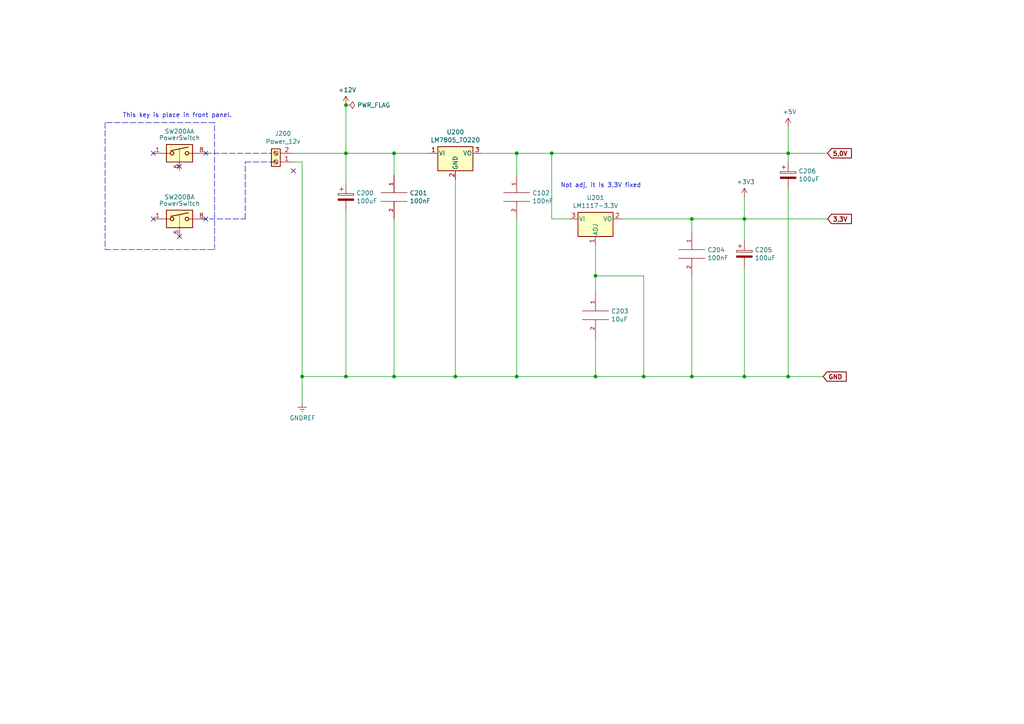
<source format=kicad_sch>
(kicad_sch (version 20211123) (generator eeschema)
  (paper "A4")
  (title_block (title "Power Supply") (date "2021-10-03") (rev "PWR1.0"))
  (lib_symbols
    (symbol "Analog_Switch:ADG417BR" (pin_names (offset 0.254))
      (property "Reference" "U" (at -3.175 5.334 0))
      (property "Value" "ADG417BR" (at -3.175 3.556 0))
      (symbol "ADG417BR_1_1"
        (rectangle (start -3.81 2.54) (end 3.81 -2.54) (stroke (width 0.254)) (fill (type background)))
        (circle (center -2.159 0) (radius 0.508) (stroke (width 0.254)))
        (polyline (pts (xy -5.08 0) (xy -2.794 0)))
        (polyline (pts (xy -2.54 0.762) (xy 2.54 1.778)) (stroke (width 0.254)))
        (polyline (pts (xy 0 -2.54) (xy 0 -2.032)))
        (polyline (pts (xy 0 -1.778) (xy 0 -1.524)))
        (polyline (pts (xy 0 -1.27) (xy 0 -1.016)))
        (polyline (pts (xy 0 -0.762) (xy 0 -0.508)))
        (polyline (pts (xy 0 -0.254) (xy 0 0)))
        (polyline (pts (xy 0 0.254) (xy 0 0.508)))
        (polyline (pts (xy 0 0.762) (xy 0 1.016)))
        (polyline (pts (xy 5.08 0) (xy 2.794 0)))
        (circle (center 2.159 0) (radius 0.508) (stroke (width 0.254)))
        (pin passive line (at -7.62 0 0) (length 2.54) (name "~") (number "1"))
        (pin input line (at 0 -5.08 90) (length 2.54) (name "~") (number "6"))
        (pin passive line (at 7.62 0 180) (length 2.54) (name "~") (number "8"))
      )
      (symbol "ADG417BR_2_0"
        (pin no_connect line (at -2.54 10.16 270) (length 2.54) hide (name "NC") (number "2"))
        (pin power_in line (at 0 -12.7 90) (length 2.54) (name "GND") (number "3"))
        (pin power_in line (at 0 12.7 270) (length 2.54) (name "V+") (number "4"))
        (pin power_in line (at 2.54 12.7 270) (length 2.54) (name "VL") (number "5"))
        (pin power_in line (at 2.54 -12.7 90) (length 2.54) (name "V-") (number "7"))
      )
      (symbol "ADG417BR_2_1"
        (rectangle (start -3.81 10.16) (end 6.35 -10.16) (stroke (width 0.254)) (fill (type background)))
      )
    )
    (symbol "Connector:Screw_Terminal_01x02" (pin_names (offset 1.016) hide)
      (property "Reference" "J" (at 0 2.54 0))
      (property "Value" "Screw_Terminal_01x02" (at 0 -5.08 0))
      (symbol "Screw_Terminal_01x02_1_1"
        (rectangle (start -1.27 1.27) (end 1.27 -3.81) (stroke (width 0.254)) (fill (type background)))
        (circle (center 0 -2.54) (radius 0.635) (stroke (width 0.1524)))
        (polyline (pts (xy -0.5334 -2.2098) (xy 0.3302 -3.048)) (stroke (width 0.1524)))
        (polyline (pts (xy -0.5334 0.3302) (xy 0.3302 -0.508)) (stroke (width 0.1524)))
        (polyline (pts (xy -0.3556 -2.032) (xy 0.508 -2.8702)) (stroke (width 0.1524)))
        (polyline (pts (xy -0.3556 0.508) (xy 0.508 -0.3302)) (stroke (width 0.1524)))
        (circle (center 0 0) (radius 0.635) (stroke (width 0.1524)))
        (pin passive line (at -5.08 0 0) (length 3.81) (name "Pin_1") (number "1"))
        (pin passive line (at -5.08 -2.54 0) (length 3.81) (name "Pin_2") (number "2"))
      )
    )
    (symbol "Device:CP" (pin_numbers hide) (pin_names (offset 0.254))
      (property "Reference" "C" (at 0.635 2.54 0))
      (property "Value" "Device_CP" (at 0.635 -2.54 0))
      (symbol "CP_0_1"
        (rectangle (start -2.286 0.508) (end 2.286 1.016))
        (polyline (pts (xy -1.778 2.286) (xy -0.762 2.286)))
        (polyline (pts (xy -1.27 2.794) (xy -1.27 1.778)))
        (rectangle (start 2.286 -0.508) (end -2.286 -1.016) (fill (type outline)))
      )
      (symbol "CP_1_1"
        (pin passive line (at 0 3.81 270) (length 2.794) (name "~") (number "1"))
        (pin passive line (at 0 -3.81 90) (length 2.794) (name "~") (number "2"))
      )
    )
    (symbol "Regulator_Linear:LM317L_TO92" (pin_names (offset 0.254))
      (property "Reference" "U" (at -3.81 3.175 0))
      (property "Value" "LM317L_TO92" (at 0 3.175 0))
      (symbol "LM317L_TO92_0_1"
        (rectangle (start -5.08 1.905) (end 5.08 -5.08) (stroke (width 0.254)) (fill (type background)))
      )
      (symbol "LM317L_TO92_1_1"
        (pin input line (at 0 -7.62 90) (length 2.54) (name "ADJ") (number "1"))
        (pin power_out line (at 7.62 0 180) (length 2.54) (name "VO") (number "2"))
        (pin power_in line (at -7.62 0 0) (length 2.54) (name "VI") (number "3"))
      )
    )
    (symbol "Regulator_Linear:LM7805_TO220" (pin_names (offset 0.254))
      (property "Reference" "U" (at -3.81 3.175 0))
      (property "Value" "LM7805_TO220" (at 0 3.175 0))
      (symbol "LM7805_TO220_0_1"
        (rectangle (start -5.08 1.905) (end 5.08 -5.08) (stroke (width 0.254)) (fill (type background)))
      )
      (symbol "LM7805_TO220_1_1"
        (pin power_in line (at -7.62 0 0) (length 2.54) (name "VI") (number "1"))
        (pin power_in line (at 0 -7.62 90) (length 2.54) (name "GND") (number "2"))
        (pin power_out line (at 7.62 0 180) (length 2.54) (name "VO") (number "3"))
      )
    )
    (symbol "power:+12V" (power) (pin_names (offset 0))
      (property "Value" "+12V" (at 0 3.556 0))
      (symbol "+12V_0_1"
        (polyline (pts (xy -0.762 1.27) (xy 0 2.54)))
        (polyline (pts (xy 0 0) (xy 0 2.54)))
        (polyline (pts (xy 0 2.54) (xy 0.762 1.27)))
      )
      (symbol "+12V_1_1"
        (pin power_in line (at 0 0 90) (length 0) hide (name "+12V") (number "1"))
      )
    )
    (symbol "power:+3.3V" (power) (pin_names (offset 0))
      (property "Value" "+3.3V" (at 0 3.556 0))
      (symbol "+3.3V_0_1"
        (polyline (pts (xy -0.762 1.27) (xy 0 2.54)))
        (polyline (pts (xy 0 0) (xy 0 2.54)))
        (polyline (pts (xy 0 2.54) (xy 0.762 1.27)))
      )
      (symbol "+3.3V_1_1"
        (pin power_in line (at 0 0 90) (length 0) hide (name "+3V3") (number "1"))
      )
    )
    (symbol "power:+5V" (power) (pin_names (offset 0))
      (property "Value" "+5V" (at 0 3.556 0))
      (symbol "+5V_0_1"
        (polyline (pts (xy -0.762 1.27) (xy 0 2.54)))
        (polyline (pts (xy 0 0) (xy 0 2.54)))
        (polyline (pts (xy 0 2.54) (xy 0.762 1.27)))
      )
      (symbol "+5V_1_1"
        (pin power_in line (at 0 0 90) (length 0) hide (name "+5V") (number "1"))
      )
    )
    (symbol "power:GNDREF" (power) (pin_names (offset 0))
      (property "Value" "GNDREF" (at 0 -3.81 0))
      (symbol "GNDREF_0_1"
        (polyline (pts (xy -0.635 -1.905) (xy 0.635 -1.905)))
        (polyline (pts (xy -0.127 -2.54) (xy 0.127 -2.54)))
        (polyline (pts (xy 0 -1.27) (xy 0 0)))
        (polyline (pts (xy 1.27 -1.27) (xy -1.27 -1.27)))
      )
      (symbol "GNDREF_1_1"
        (pin power_in line (at 0 0 270) (length 0) hide (name "GNDREF") (number "1"))
      )
    )
    (symbol "power:PWR_FLAG" (power) (pin_numbers hide) (pin_names (offset 0) hide)
      (property "Value" "PWR_FLAG" (at 0 3.81 0))
      (symbol "PWR_FLAG_0_0"
        (pin power_out line (at 0 0 90) (length 0) (name "pwr") (number "1"))
      )
      (symbol "PWR_FLAG_0_1"
        (polyline (pts (xy 0 0) (xy 0 1.27) (xy -1.016 1.905) (xy 0 2.54) (xy 1.016 1.905) (xy 0 1.27)))
      )
    )
    (symbol "pspice:C" (pin_names (offset 0.254))
      (property "Reference" "C" (at 2.54 3.81 90))
      (property "Value" "C" (at 2.54 -3.81 90))
      (symbol "C_0_1"
        (polyline (pts (xy -3.81 -1.27) (xy 3.81 -1.27)))
        (polyline (pts (xy -3.81 1.27) (xy 3.81 1.27)))
      )
      (symbol "C_1_1"
        (pin passive line (at 0 6.35 270) (length 5.08) (name "~") (number "1"))
        (pin passive line (at 0 -6.35 90) (length 5.08) (name "~") (number "2"))
      )
    )
  )
  (junction (at 228.6 109.22))
  (junction (at 172.72 109.22))
  (junction (at 114.3 109.22))
  (junction (at 132.08 109.22))
  (junction (at 200.66 63.5))
  (junction (at 149.86 44.45))
  (junction (at 149.86 109.22))
  (junction (at 186.69 109.22))
  (junction (at 172.72 80.01))
  (junction (at 228.6 44.45))
  (junction (at 114.3 44.45))
  (junction (at 100.33 30.48))
  (junction (at 100.33 109.22))
  (junction (at 215.9 109.22))
  (junction (at 87.63 109.22))
  (junction (at 215.9 63.5))
  (junction (at 200.66 109.22))
  (junction (at 160.02 44.45))
  (junction (at 100.33 44.45))
  (no_connect (at 59.69 44.45))
  (no_connect (at 44.45 63.5))
  (no_connect (at 44.45 44.45))
  (no_connect (at 52.07 68.58))
  (no_connect (at 52.07 48.26))
  (no_connect (at 85.09 49.53))
  (no_connect (at 59.69 63.5))
  (wire (pts (xy 186.69 109.22) (xy 200.66 109.22)))
  (wire (pts (xy 215.9 57.15) (xy 215.9 63.5)))
  (wire (pts (xy 149.86 50.8) (xy 149.86 44.45)))
  (polyline (pts (xy 58.42 63.5) (xy 71.12 63.5)))
  (wire (pts (xy 215.9 63.5) (xy 215.9 69.85)))
  (wire (pts (xy 228.6 109.22) (xy 228.6 54.61)))
  (wire (pts (xy 160.02 63.5) (xy 160.02 44.45)))
  (polyline (pts (xy 62.23 72.39) (xy 62.23 35.56)))
  (polyline (pts (xy 59.69 44.45) (xy 78.74 44.45)))
  (wire (pts (xy 160.02 44.45) (xy 228.6 44.45)))
  (wire (pts (xy 100.33 109.22) (xy 114.3 109.22)))
  (wire (pts (xy 114.3 109.22) (xy 132.08 109.22)))
  (wire (pts (xy 172.72 109.22) (xy 186.69 109.22)))
  (wire (pts (xy 100.33 60.96) (xy 100.33 109.22)))
  (wire (pts (xy 200.66 63.5) (xy 215.9 63.5)))
  (wire (pts (xy 172.72 71.12) (xy 172.72 80.01)))
  (wire (pts (xy 85.09 44.45) (xy 100.33 44.45)))
  (wire (pts (xy 240.03 44.45) (xy 228.6 44.45)))
  (wire (pts (xy 172.72 80.01) (xy 172.72 85.09)))
  (polyline (pts (xy 62.23 35.56) (xy 30.48 35.56)))
  (wire (pts (xy 165.1 63.5) (xy 160.02 63.5)))
  (wire (pts (xy 149.86 63.5) (xy 149.86 109.22)))
  (wire (pts (xy 87.63 46.99) (xy 87.63 109.22)))
  (wire (pts (xy 114.3 63.5) (xy 114.3 109.22)))
  (wire (pts (xy 149.86 44.45) (xy 160.02 44.45)))
  (wire (pts (xy 114.3 44.45) (xy 100.33 44.45)))
  (wire (pts (xy 124.46 44.45) (xy 114.3 44.45)))
  (wire (pts (xy 100.33 53.34) (xy 100.33 44.45)))
  (wire (pts (xy 186.69 80.01) (xy 186.69 109.22)))
  (wire (pts (xy 172.72 97.79) (xy 172.72 109.22)))
  (wire (pts (xy 200.66 67.31) (xy 200.66 63.5)))
  (wire (pts (xy 215.9 109.22) (xy 215.9 77.47)))
  (wire (pts (xy 139.7 44.45) (xy 149.86 44.45)))
  (polyline (pts (xy 30.48 35.56) (xy 30.48 72.39)))
  (wire (pts (xy 114.3 50.8) (xy 114.3 44.45)))
  (polyline (pts (xy 30.48 72.39) (xy 62.23 72.39)))
  (wire (pts (xy 240.03 63.5) (xy 215.9 63.5)))
  (polyline (pts (xy 71.12 46.99) (xy 80.01 46.99)))
  (wire (pts (xy 87.63 116.84) (xy 87.63 109.22)))
  (polyline (pts (xy 71.12 63.5) (xy 71.12 46.99)))
  (wire (pts (xy 228.6 36.83) (xy 228.6 44.45)))
  (wire (pts (xy 100.33 30.48) (xy 100.33 44.45)))
  (wire (pts (xy 228.6 44.45) (xy 228.6 46.99)))
  (wire (pts (xy 87.63 46.99) (xy 85.09 46.99)))
  (wire (pts (xy 132.08 109.22) (xy 149.86 109.22)))
  (wire (pts (xy 87.63 109.22) (xy 100.33 109.22)))
  (wire (pts (xy 238.76 109.22) (xy 228.6 109.22)))
  (wire (pts (xy 200.66 80.01) (xy 200.66 109.22)))
  (wire (pts (xy 180.34 63.5) (xy 200.66 63.5)))
  (wire (pts (xy 172.72 80.01) (xy 186.69 80.01)))
  (wire (pts (xy 215.9 109.22) (xy 228.6 109.22)))
  (wire (pts (xy 200.66 109.22) (xy 215.9 109.22)))
  (wire (pts (xy 132.08 52.07) (xy 132.08 109.22)))
  (wire (pts (xy 149.86 109.22) (xy 172.72 109.22)))
  (text "This key is place in front panel." (at 35.56 34.29 0) (effects (font (size 1.27 1.27)) (justify left bottom)))
  (text "Not adj, it is 3,3V fixed" (at 162.56 54.61 0) (effects (font (size 1.27 1.27)) (justify left bottom)))
  (global_label "GND" (shape input) (at 238.76 109.22 0) (effects (font (thickness 0.254) bold)) (property "Intersheet References" "${INTERSHEET_REFS}" (effects hide)))
  (global_label "5,0V" (shape input) (at 240.03 44.45 0) (effects (font (thickness 0.254) bold)) (property "Intersheet References" "${INTERSHEET_REFS}" (effects hide)))
  (global_label "3,3V" (shape input) (at 240.03 63.5 0) (effects (font (thickness 0.254) bold)) (property "Intersheet References" "${INTERSHEET_REFS}" (effects hide)))
  (symbol (lib_id "Regulator_Linear:LM7805_TO220") (at 132.08 44.45 0) (unit 1)
    (property "Reference" "U200" (at 132.08 38.3032 0))
    (property "Value" "LM7805_TO220" (at 132.08 40.6146 0))
    (property "Footprint" "Package_TO_SOT_THT:TO-220-3_Vertical" (effects hide))
    (property "Datasheet" "http://www.fairchildsemi.com/ds/LM/LM7805.pdf" (effects hide))
  )
  (symbol (lib_id "Regulator_Linear:LM317L_TO92") (at 172.72 63.5 0) (unit 1)
    (property "Reference" "U201" (at 172.72 57.3532 0))
    (property "Value" "LM1117-3.3V" (at 172.72 59.6646 0))
    (property "Footprint" "Package_TO_SOT_THT:TO-92_Inline" (effects hide))
    (property "Datasheet" "http://www.ti.com/lit/ds/snvs775k/snvs775k.pdf" (effects hide))
  )
  (symbol (lib_id "pspice:C") (at 114.3 57.15 0) (unit 1)
    (property "Reference" "C201" (at 118.8212 55.9816 0) (effects (justify left)))
    (property "Value" "100nF" (at 118.8212 58.293 0) (effects (justify left)))
  )
  (symbol (lib_id "pspice:C") (at 149.86 57.15 0) (unit 1)
    (property "Reference" "C102" (at 154.3812 55.9816 0) (effects (justify left)))
    (property "Value" "100nF" (at 154.3812 58.293 0) (effects (justify left)))
  )
  (symbol (lib_id "pspice:C") (at 200.66 73.66 0) (unit 1)
    (property "Reference" "C204" (at 205.1812 72.4916 0) (effects (justify left)))
    (property "Value" "100nF" (at 205.1812 74.803 0) (effects (justify left)))
  )
  (symbol (lib_id "pspice:C") (at 172.72 91.44 0) (unit 1)
    (property "Reference" "C203" (at 177.2412 90.2716 0) (effects (justify left)))
    (property "Value" "10uF" (at 177.2412 92.583 0) (effects (justify left)))
  )
  (symbol (lib_id "Device:CP") (at 100.33 57.15 0) (unit 1)
    (property "Reference" "C200" (at 103.3272 55.9816 0) (effects (justify left)))
    (property "Value" "100uF" (at 103.3272 58.293 0) (effects (justify left)))
  )
  (symbol (lib_id "Device:CP") (at 228.6 50.8 0) (unit 1)
    (property "Reference" "C206" (at 231.5972 49.6316 0) (effects (justify left)))
    (property "Value" "100uF" (at 231.5972 51.943 0) (effects (justify left)))
  )
  (symbol (lib_id "Device:CP") (at 215.9 73.66 0) (unit 1)
    (property "Reference" "C205" (at 218.8972 72.4916 0) (effects (justify left)))
    (property "Value" "100uF" (at 218.8972 74.803 0) (effects (justify left)))
  )
  (symbol (lib_id "power:+12V") (at 100.33 30.48 0) (unit 1)
    (property "Reference" "#PWR0105" (effects hide))
    (property "Value" "+12V" (at 100.711 26.0858 0))
  )
  (symbol (lib_id "power:PWR_FLAG") (at 100.33 30.48 270) (unit 1)
    (property "Reference" "#FLG0104" (effects hide))
    (property "Value" "PWR_FLAG" (at 103.5812 30.48 90) (effects (justify left)))
  )
  (symbol (lib_id "power:GNDREF") (at 87.63 116.84 0) (unit 1)
    (property "Reference" "#PWR?" (effects hide))
    (property "Value" "GNDREF" (at 87.757 121.2342 0))
  )
  (symbol (lib_id "power:+3.3V") (at 215.9 57.15 0) (unit 1)
    (property "Reference" "#PWR?" (effects hide))
    (property "Value" "+3.3V" (at 216.281 52.7558 0))
  )
  (symbol (lib_id "power:+5V") (at 228.6 36.83 0) (unit 1)
    (property "Reference" "#PWR?" (effects hide))
    (property "Value" "+5V" (at 228.981 32.4358 0))
  )
  (symbol (lib_id "Connector:Screw_Terminal_01x02") (at 80.01 46.99 180) (unit 1)
    (property "Reference" "J200" (at 82.0928 38.735 0))
    (property "Value" "Power_12v" (at 82.0928 41.0464 0))
  )
  (symbol (lib_id "Analog_Switch:ADG417BR") (at 52.07 63.5 0) (unit 1)
    (property "Reference" "SW200B" (at 52.07 57.15 0))
    (property "Value" "PowerSwitch" (at 52.07 59.0296 0))
    (property "Footprint" "Package_SO:SOIC-8_3.9x4.9mm_P1.27mm" (effects hide))
    (property "Datasheet" "https://www.analog.com/media/en/technical-documentation/data-sheets/ADG417.pdf" (effects hide))
  )
  (symbol (lib_id "Analog_Switch:ADG417BR") (at 52.07 44.45 0) (unit 1)
    (property "Reference" "SW200A" (at 52.07 38.1 0))
    (property "Value" "PowerSwitch" (at 52.07 39.9796 0))
    (property "Footprint" "Package_SO:SOIC-8_3.9x4.9mm_P1.27mm" (effects hide))
    (property "Datasheet" "https://www.analog.com/media/en/technical-documentation/data-sheets/ADG417.pdf" (effects hide))
  )
)
</source>
